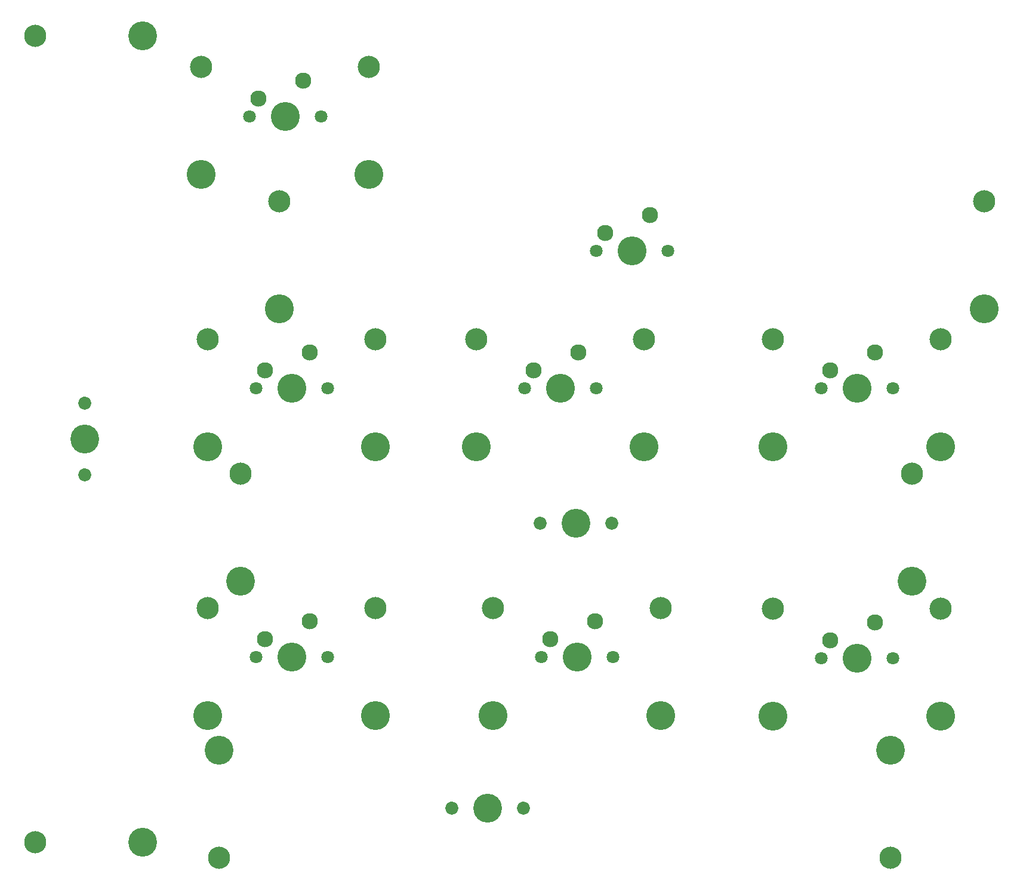
<source format=gts>
G04 #@! TF.GenerationSoftware,KiCad,Pcbnew,5.1.6*
G04 #@! TF.CreationDate,2020-09-17T01:01:23+03:00*
G04 #@! TF.ProjectId,StabTester,53746162-5465-4737-9465-722e6b696361,rev?*
G04 #@! TF.SameCoordinates,Original*
G04 #@! TF.FileFunction,Soldermask,Top*
G04 #@! TF.FilePolarity,Negative*
%FSLAX46Y46*%
G04 Gerber Fmt 4.6, Leading zero omitted, Abs format (unit mm)*
G04 Created by KiCad (PCBNEW 5.1.6) date 2020-09-17 01:01:23*
%MOMM*%
%LPD*%
G01*
G04 APERTURE LIST*
%ADD10C,4.087800*%
%ADD11C,3.148000*%
%ADD12C,1.850000*%
%ADD13C,3.150000*%
%ADD14C,4.100000*%
%ADD15C,1.800000*%
%ADD16C,2.300000*%
G04 APERTURE END LIST*
D10*
G04 #@! TO.C,MX11*
X81280000Y-42068750D03*
X81280000Y-156368750D03*
D11*
X66040000Y-42068750D03*
X66040000Y-156368750D03*
D12*
X73025000Y-94138750D03*
X73025000Y-104298750D03*
D10*
X73025000Y-99218750D03*
G04 #@! TD*
G04 #@! TO.C,MX10*
X190366000Y-119416000D03*
X95116000Y-119416000D03*
D11*
X190366000Y-104176000D03*
X95116000Y-104176000D03*
D12*
X147821000Y-111161000D03*
X137661000Y-111161000D03*
D10*
X142741000Y-111161000D03*
G04 #@! TD*
G04 #@! TO.C,MX9*
X92075000Y-143351250D03*
X187325000Y-143351250D03*
D11*
X92075000Y-158591250D03*
X187325000Y-158591250D03*
D12*
X125095000Y-151606250D03*
X135255000Y-151606250D03*
D10*
X130175000Y-151606250D03*
G04 #@! TD*
D13*
G04 #@! TO.C,MX8*
X200653750Y-65548750D03*
X100653750Y-65548750D03*
D14*
X100653750Y-80788750D03*
X200653750Y-80788750D03*
D15*
X155733750Y-72548750D03*
X145573750Y-72548750D03*
D14*
X150653750Y-72548750D03*
D16*
X146843750Y-70008750D03*
X153193750Y-67468750D03*
G04 #@! TD*
D13*
G04 #@! TO.C,MX7*
X194462500Y-123302000D03*
X170662500Y-123302000D03*
D14*
X170662500Y-138542000D03*
X194462500Y-138542000D03*
D15*
X187642500Y-130302000D03*
X177482500Y-130302000D03*
D14*
X182562500Y-130302000D03*
D16*
X178752500Y-127762000D03*
X185102500Y-125222000D03*
G04 #@! TD*
D13*
G04 #@! TO.C,MX6*
X152393750Y-85075000D03*
X128593750Y-85075000D03*
D14*
X128593750Y-100315000D03*
X152393750Y-100315000D03*
D15*
X145573750Y-92075000D03*
X135413750Y-92075000D03*
D14*
X140493750Y-92075000D03*
D16*
X136683750Y-89535000D03*
X143033750Y-86995000D03*
G04 #@! TD*
D13*
G04 #@! TO.C,MX5*
X114293750Y-85075000D03*
X90493750Y-85075000D03*
D14*
X90493750Y-100315000D03*
X114293750Y-100315000D03*
D15*
X107473750Y-92075000D03*
X97313750Y-92075000D03*
D14*
X102393750Y-92075000D03*
D16*
X98583750Y-89535000D03*
X104933750Y-86995000D03*
G04 #@! TD*
D13*
G04 #@! TO.C,MX4*
X154775000Y-123175000D03*
X130975000Y-123175000D03*
D14*
X130975000Y-138415000D03*
X154775000Y-138415000D03*
D15*
X147955000Y-130175000D03*
X137795000Y-130175000D03*
D14*
X142875000Y-130175000D03*
D16*
X139065000Y-127635000D03*
X145415000Y-125095000D03*
G04 #@! TD*
D13*
G04 #@! TO.C,MX3*
X194462500Y-85075000D03*
X170662500Y-85075000D03*
D14*
X170662500Y-100315000D03*
X194462500Y-100315000D03*
D15*
X187642500Y-92075000D03*
X177482500Y-92075000D03*
D14*
X182562500Y-92075000D03*
D16*
X178752500Y-89535000D03*
X185102500Y-86995000D03*
G04 #@! TD*
D13*
G04 #@! TO.C,MX2*
X114293750Y-123175000D03*
X90493750Y-123175000D03*
D14*
X90493750Y-138415000D03*
X114293750Y-138415000D03*
D15*
X107473750Y-130175000D03*
X97313750Y-130175000D03*
D14*
X102393750Y-130175000D03*
D16*
X98583750Y-127635000D03*
X104933750Y-125095000D03*
G04 #@! TD*
D13*
G04 #@! TO.C,MX1*
X113341250Y-46498750D03*
X89541250Y-46498750D03*
D14*
X89541250Y-61738750D03*
X113341250Y-61738750D03*
D15*
X106521250Y-53498750D03*
X96361250Y-53498750D03*
D14*
X101441250Y-53498750D03*
D16*
X97631250Y-50958750D03*
X103981250Y-48418750D03*
G04 #@! TD*
M02*

</source>
